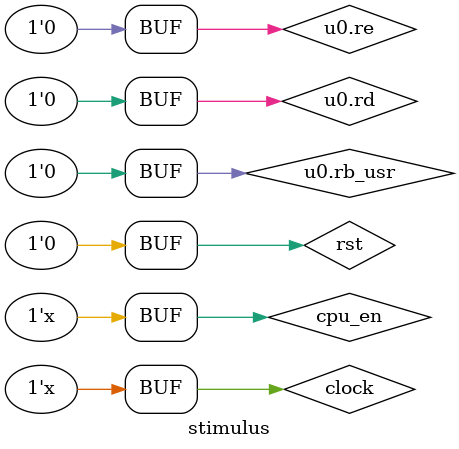
<source format=v>
/*
* --------------------------------------------------------------------------
* Copyright (c) 2014 by SYSU ASIC VIDEO
* --------------------------------------------------------------------------
*
* ------------------------ File Info ---------------------------------------
* File Name:		stimulus.m
* Discription:		1. perform a simulation of ARM
*
* ------------------------ Revision History --------------------------------
* Ver		Revisor		Mod. Date		Changes Made:
* v1.0	Li Feng		2014-04-19		Initial Revision
*
* --------------------------------------------------------------------------
*/


`timescale 1ns/10ps
module stimulus();

/*********************************** ±äÁ¿ÉùÃ÷ ************************************/

// ²ÎÊý¶¨Òå
parameter	WIDTH		=	32;
parameter	PERIOD	=	100;

// ÄÚ²¿±äÁ¿
reg					clock;
reg					rst; 
reg            	cpu_en; 
wire	[WIDTH-1:0] ram_rdata; 
wire	[WIDTH-1:0]	rom_data; 
  
  
wire	[WIDTH-1:0]	ram_addr; 
wire					ram_cen; 
wire	[3:0]			ram_flag; 
wire	[WIDTH-1:0]	ram_wdata; 
wire					ram_wen; 
wire	[WIDTH-1:0]	rom_addr; 
wire					rom_en; 

// Ñ­»·±äÁ¿

/*********************************** Ä£¿éµ÷ÓÃ ************************************/

arm	u0( 
	.clk			(	clock			), 
	.cpu_en		(	cpu_en		), 
	.cpu_restart(	rst			), 
	.fiq			(	1'b0			), 
	.irq			(	1'b0			), 
	.ram_abort	(	1'b0			), 
	.ram_rdata	(	ram_rdata	), 
	.rom_abort	(	1'b0			), 
	.rom_data	(	rom_data		), 
	.rst			(	rst			), 
	
	.ram_addr	(	ram_addr		), 
	.ram_cen		(	ram_cen		), 
	.ram_flag	(	ram_flag		), 
	.ram_wdata	(	ram_wdata	), 
	.ram_wen		(	ram_wen		), 
	.rom_addr	(	rom_addr		), 
	.rom_en		(	rom_en		)  
	);  

Instruction_memory	u1(
	.address		(	rom_addr[WIDTH-1:2]), 
	.clock		(	clock			), 
	.clken		(	rom_en		), 
	.q				(	rom_data		)
	);
	
Data_memory	u2(
	.address		(	ram_addr[WIDTH-1:2]), 
	.byteena		(	ram_flag		), 
	.clken		(	ram_cen		), 
	.clock		(	clock			), 
	.data			(	ram_wdata	), 
	.wren			(	ram_wen		), 
	.rden			(	~ram_wen		), 
	.q				(	ram_rdata	)
	);
	
/*********************************** ·ÂÕæ¼¤Àø ************************************/
initial
begin
	clock		=	0;
	cpu_en	=	0;
	rst		=	1;
	#(PERIOD*5);
	rst		=	0;
	#(PERIOD*5);
	cpu_en	=	1;
end

initial
begin
	#(PERIOD*10);
	u0.rb_usr	=	32'h0200; 
	u0.rd			=	32'h0100; 
	u0.re			=	32'hff00; 
end

always
begin
	#PERIOD;
	if( 32'h0000ff00 == u0.rf)
		cpu_en	=	0;		
end

always	#(PERIOD/2) clock = ~clock;

endmodule

</source>
